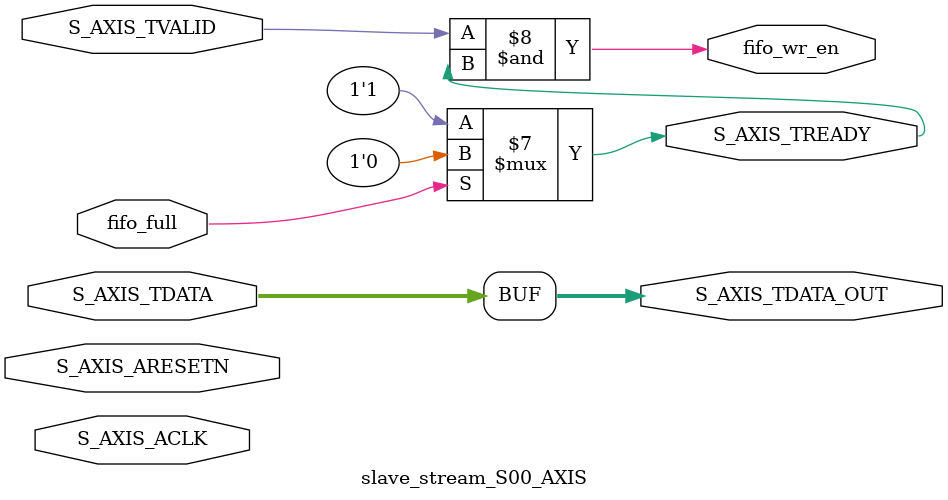
<source format=v>
`timescale 1 ns / 1 ps
module slave_stream_S00_AXIS #
(
    // AXI4Stream sink: Data Width
    parameter integer C_S_AXIS_TDATA_WIDTH	= 32
)
(
    // AXI4Stream sink: Clock
    input wire  S_AXIS_ACLK,
    // AXI4Stream sink: Reset
    input wire  S_AXIS_ARESETN,
    // Ready to accept data in
    output reg  S_AXIS_TREADY,
    // Data in
    input wire [C_S_AXIS_TDATA_WIDTH-1 : 0] S_AXIS_TDATA,
    // Data is in valid
    input wire  S_AXIS_TVALID,

    //other
    output wire [C_S_AXIS_TDATA_WIDTH-1 : 0] S_AXIS_TDATA_OUT,
    output reg fifo_wr_en,
    input wire fifo_full
);


// states IDLE, BUSY
localparam IDLE = 1'b0, BUSY = 1'b1;

reg current_state, next_state;

assign S_AXIS_TDATA_OUT = S_AXIS_TDATA; 

//STATE TRANSITION LOGIC
always @ (*) begin
    next_state = fifo_full ? IDLE : (S_AXIS_TVALID ? BUSY : IDLE);
end

always @ (posedge S_AXIS_ACLK) begin
    if (!S_AXIS_ARESETN) begin
        current_state <= IDLE;
    end
    else begin
        current_state <= next_state;
    end
end

//OUTPUT LOGIC
always @ (*) begin
    S_AXIS_TREADY = fifo_full ? 1'b0 : 1'b1;
    fifo_wr_en = (S_AXIS_TVALID & S_AXIS_TREADY);
end

endmodule

</source>
